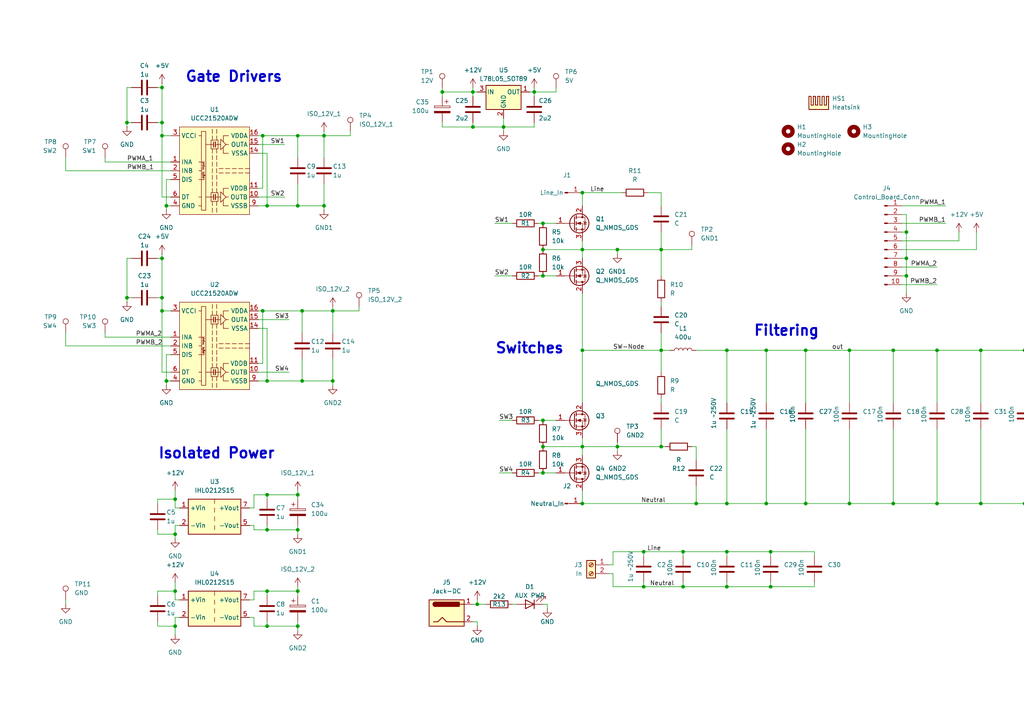
<source format=kicad_sch>
(kicad_sch (version 20231120) (generator "eeschema") (generator_version "8.0")
  (paper "A4")
  (junction (at 146.05 36.83))
  (junction (at 168.91 101.6))
  (junction (at 50.8 144.78))
  (junction (at 168.91 129.54))
  (junction (at 262.89 74.93))
  (junction (at 168.91 146.05))
  (junction (at 76.2 39.37))
  (junction (at 271.78 101.6))
  (junction (at 262.89 80.01))
  (junction (at 222.25 146.05))
  (junction (at 210.82 146.05))
  (junction (at 191.77 129.54))
  (junction (at 191.77 101.6))
  (junction (at 36.83 86.36))
  (junction (at 154.94 26.67))
  (junction (at 201.93 146.05))
  (junction (at 93.98 59.69))
  (junction (at 157.48 137.16))
  (junction (at 309.88 101.6))
  (junction (at 191.77 72.39))
  (junction (at 210.82 170.18))
  (junction (at 48.26 110.49))
  (junction (at 284.48 146.05))
  (junction (at 186.69 160.02))
  (junction (at 46.99 39.37))
  (junction (at 96.52 110.49))
  (junction (at 137.16 26.67))
  (junction (at 46.99 86.36))
  (junction (at 77.47 181.61))
  (junction (at 210.82 160.02))
  (junction (at 186.69 170.18))
  (junction (at 86.36 153.67))
  (junction (at 77.47 153.67))
  (junction (at 309.88 146.05))
  (junction (at 157.48 121.92))
  (junction (at 157.48 64.77))
  (junction (at 198.12 170.18))
  (junction (at 77.47 110.49))
  (junction (at 284.48 101.6))
  (junction (at 233.68 101.6))
  (junction (at 50.8 171.45))
  (junction (at 36.83 35.56))
  (junction (at 77.47 143.51))
  (junction (at 223.52 160.02))
  (junction (at 138.43 175.26))
  (junction (at 179.07 72.39))
  (junction (at 46.99 25.4))
  (junction (at 128.27 26.67))
  (junction (at 233.68 146.05))
  (junction (at 96.52 90.17))
  (junction (at 246.38 101.6))
  (junction (at 93.98 39.37))
  (junction (at 48.26 59.69))
  (junction (at 259.08 101.6))
  (junction (at 157.48 80.01))
  (junction (at 222.25 101.6))
  (junction (at 157.48 129.54))
  (junction (at 168.91 55.88))
  (junction (at 297.18 146.05))
  (junction (at 86.36 143.51))
  (junction (at 50.8 154.94))
  (junction (at 210.82 101.6))
  (junction (at 77.47 59.69))
  (junction (at 87.63 90.17))
  (junction (at 87.63 110.49))
  (junction (at 246.38 146.05))
  (junction (at 76.2 90.17))
  (junction (at 168.91 72.39))
  (junction (at 86.36 171.45))
  (junction (at 297.18 101.6))
  (junction (at 77.47 171.45))
  (junction (at 271.78 146.05))
  (junction (at 86.36 181.61))
  (junction (at 137.16 36.83))
  (junction (at 50.8 181.61))
  (junction (at 262.89 67.31))
  (junction (at 179.07 129.54))
  (junction (at 259.08 146.05))
  (junction (at 157.48 72.39))
  (junction (at 86.36 39.37))
  (junction (at 198.12 160.02))
  (junction (at 46.99 90.17))
  (junction (at 86.36 59.69))
  (junction (at 46.99 74.93))
  (junction (at 46.99 35.56))
  (junction (at 223.52 170.18))
  (wire (pts (xy 77.47 180.34) (xy 77.47 181.61)))
  (wire (pts (xy 309.88 146.05) (xy 297.18 146.05)))
  (wire (pts (xy 321.31 124.46) (xy 321.31 146.05)))
  (wire (pts (xy 77.47 171.45) (xy 86.36 171.45)))
  (wire (pts (xy 246.38 124.46) (xy 246.38 146.05)))
  (wire (pts (xy 87.63 104.14) (xy 87.63 110.49)))
  (wire (pts (xy 77.47 95.25) (xy 77.47 110.49)))
  (wire (pts (xy 154.94 26.67) (xy 161.29 26.67)))
  (wire (pts (xy 191.77 72.39) (xy 200.66 72.39)))
  (wire (pts (xy 76.2 39.37) (xy 86.36 39.37)))
  (wire (pts (xy 48.26 102.87) (xy 48.26 110.49)))
  (wire (pts (xy 48.26 111.76) (xy 48.26 110.49)))
  (wire (pts (xy 284.48 124.46) (xy 284.48 146.05)))
  (wire (pts (xy 77.47 171.45) (xy 77.47 172.72)))
  (wire (pts (xy 177.8 166.37) (xy 177.8 170.18)))
  (wire (pts (xy 74.93 95.25) (xy 77.47 95.25)))
  (wire (pts (xy 46.99 90.17) (xy 46.99 107.95)))
  (wire (pts (xy 210.82 160.02) (xy 210.82 161.29)))
  (wire (pts (xy 93.98 39.37) (xy 101.6 39.37)))
  (wire (pts (xy 50.8 184.15) (xy 50.8 181.61)))
  (wire (pts (xy 278.13 69.85) (xy 261.62 69.85)))
  (wire (pts (xy 284.48 101.6) (xy 271.78 101.6)))
  (wire (pts (xy 49.53 39.37) (xy 46.99 39.37)))
  (wire (pts (xy 154.94 25.4) (xy 154.94 26.67)))
  (wire (pts (xy 96.52 88.9) (xy 96.52 90.17)))
  (wire (pts (xy 74.93 90.17) (xy 76.2 90.17)))
  (wire (pts (xy 86.36 181.61) (xy 86.36 182.88)))
  (wire (pts (xy 200.66 71.12) (xy 200.66 72.39)))
  (wire (pts (xy 148.59 175.26) (xy 149.86 175.26)))
  (wire (pts (xy 86.36 143.51) (xy 86.36 144.78)))
  (wire (pts (xy 86.36 59.69) (xy 93.98 59.69)))
  (wire (pts (xy 222.25 101.6) (xy 222.25 116.84)))
  (wire (pts (xy 191.77 124.46) (xy 191.77 129.54)))
  (wire (pts (xy 36.83 74.93) (xy 36.83 86.36)))
  (wire (pts (xy 74.93 54.61) (xy 76.2 54.61)))
  (wire (pts (xy 146.05 36.83) (xy 146.05 38.1)))
  (wire (pts (xy 168.91 55.88) (xy 180.34 55.88)))
  (wire (pts (xy 77.47 110.49) (xy 87.63 110.49)))
  (wire (pts (xy 236.22 160.02) (xy 236.22 161.29)))
  (wire (pts (xy 77.47 59.69) (xy 86.36 59.69)))
  (wire (pts (xy 77.47 152.4) (xy 77.47 153.67)))
  (wire (pts (xy 86.36 152.4) (xy 86.36 153.67)))
  (wire (pts (xy 210.82 160.02) (xy 223.52 160.02)))
  (wire (pts (xy 46.99 107.95) (xy 49.53 107.95)))
  (wire (pts (xy 223.52 170.18) (xy 210.82 170.18)))
  (wire (pts (xy 86.36 153.67) (xy 77.47 153.67)))
  (wire (pts (xy 76.2 90.17) (xy 87.63 90.17)))
  (wire (pts (xy 86.36 39.37) (xy 93.98 39.37)))
  (wire (pts (xy 128.27 25.4) (xy 128.27 26.67)))
  (wire (pts (xy 168.91 101.6) (xy 168.91 116.84)))
  (wire (pts (xy 191.77 129.54) (xy 193.04 129.54)))
  (wire (pts (xy 186.69 160.02) (xy 198.12 160.02)))
  (wire (pts (xy 45.72 154.94) (xy 50.8 154.94)))
  (wire (pts (xy 77.47 59.69) (xy 74.93 59.69)))
  (wire (pts (xy 73.66 152.4) (xy 73.66 153.67)))
  (wire (pts (xy 137.16 180.34) (xy 138.43 180.34)))
  (wire (pts (xy 77.47 44.45) (xy 77.47 59.69)))
  (wire (pts (xy 144.78 137.16) (xy 148.59 137.16)))
  (wire (pts (xy 168.91 129.54) (xy 179.07 129.54)))
  (wire (pts (xy 48.26 59.69) (xy 49.53 59.69)))
  (wire (pts (xy 46.99 57.15) (xy 49.53 57.15)))
  (wire (pts (xy 154.94 36.83) (xy 146.05 36.83)))
  (wire (pts (xy 223.52 168.91) (xy 223.52 170.18)))
  (wire (pts (xy 168.91 129.54) (xy 168.91 132.08)))
  (wire (pts (xy 157.48 64.77) (xy 161.29 64.77)))
  (wire (pts (xy 144.78 121.92) (xy 148.59 121.92)))
  (wire (pts (xy 50.8 142.24) (xy 50.8 144.78)))
  (wire (pts (xy 154.94 35.56) (xy 154.94 36.83)))
  (wire (pts (xy 262.89 67.31) (xy 262.89 62.23)))
  (wire (pts (xy 86.36 180.34) (xy 86.36 181.61)))
  (wire (pts (xy 50.8 156.21) (xy 50.8 154.94)))
  (wire (pts (xy 168.91 85.09) (xy 168.91 101.6)))
  (wire (pts (xy 210.82 101.6) (xy 222.25 101.6)))
  (wire (pts (xy 210.82 124.46) (xy 210.82 146.05)))
  (wire (pts (xy 104.14 88.9) (xy 104.14 90.17)))
  (wire (pts (xy 198.12 160.02) (xy 210.82 160.02)))
  (wire (pts (xy 156.21 80.01) (xy 157.48 80.01)))
  (wire (pts (xy 191.77 101.6) (xy 194.31 101.6)))
  (wire (pts (xy 72.39 147.32) (xy 73.66 147.32)))
  (wire (pts (xy 191.77 101.6) (xy 191.77 107.95)))
  (wire (pts (xy 46.99 90.17) (xy 46.99 86.36)))
  (wire (pts (xy 19.05 100.33) (xy 49.53 100.33)))
  (wire (pts (xy 46.99 39.37) (xy 46.99 35.56)))
  (wire (pts (xy 284.48 101.6) (xy 284.48 116.84)))
  (wire (pts (xy 19.05 100.33) (xy 19.05 96.52)))
  (wire (pts (xy 153.67 26.67) (xy 154.94 26.67)))
  (wire (pts (xy 179.07 73.66) (xy 179.07 72.39)))
  (wire (pts (xy 48.26 110.49) (xy 49.53 110.49)))
  (wire (pts (xy 297.18 101.6) (xy 297.18 116.84)))
  (wire (pts (xy 50.8 168.91) (xy 50.8 171.45)))
  (wire (pts (xy 156.21 64.77) (xy 157.48 64.77)))
  (wire (pts (xy 101.6 38.1) (xy 101.6 39.37)))
  (wire (pts (xy 77.47 153.67) (xy 73.66 153.67)))
  (wire (pts (xy 137.16 26.67) (xy 138.43 26.67)))
  (wire (pts (xy 50.8 171.45) (xy 50.8 173.99)))
  (wire (pts (xy 210.82 101.6) (xy 210.82 116.84)))
  (wire (pts (xy 309.88 101.6) (xy 309.88 116.84)))
  (wire (pts (xy 45.72 180.34) (xy 45.72 181.61)))
  (wire (pts (xy 19.05 173.99) (xy 19.05 175.26)))
  (wire (pts (xy 261.62 72.39) (xy 283.21 72.39)))
  (wire (pts (xy 96.52 104.14) (xy 96.52 110.49)))
  (wire (pts (xy 157.48 72.39) (xy 168.91 72.39)))
  (wire (pts (xy 73.66 181.61) (xy 77.47 181.61)))
  (wire (pts (xy 168.91 146.05) (xy 201.93 146.05)))
  (wire (pts (xy 297.18 146.05) (xy 284.48 146.05)))
  (wire (pts (xy 271.78 82.55) (xy 261.62 82.55)))
  (wire (pts (xy 72.39 152.4) (xy 73.66 152.4)))
  (wire (pts (xy 262.89 80.01) (xy 262.89 74.93)))
  (wire (pts (xy 45.72 181.61) (xy 50.8 181.61)))
  (wire (pts (xy 201.93 129.54) (xy 201.93 133.35)))
  (wire (pts (xy 309.88 101.6) (xy 297.18 101.6)))
  (wire (pts (xy 179.07 128.27) (xy 179.07 129.54)))
  (wire (pts (xy 261.62 74.93) (xy 262.89 74.93)))
  (wire (pts (xy 74.93 110.49) (xy 77.47 110.49)))
  (wire (pts (xy 271.78 146.05) (xy 259.08 146.05)))
  (wire (pts (xy 233.68 101.6) (xy 246.38 101.6)))
  (wire (pts (xy 262.89 74.93) (xy 262.89 67.31)))
  (wire (pts (xy 246.38 101.6) (xy 246.38 116.84)))
  (wire (pts (xy 271.78 101.6) (xy 259.08 101.6)))
  (wire (pts (xy 19.05 49.53) (xy 19.05 45.72)))
  (wire (pts (xy 259.08 101.6) (xy 246.38 101.6)))
  (wire (pts (xy 156.21 121.92) (xy 157.48 121.92)))
  (wire (pts (xy 137.16 36.83) (xy 146.05 36.83)))
  (wire (pts (xy 73.66 171.45) (xy 73.66 173.99)))
  (wire (pts (xy 233.68 101.6) (xy 233.68 116.84)))
  (wire (pts (xy 87.63 90.17) (xy 96.52 90.17)))
  (wire (pts (xy 138.43 173.99) (xy 138.43 175.26)))
  (wire (pts (xy 86.36 170.18) (xy 86.36 171.45)))
  (wire (pts (xy 30.48 97.79) (xy 49.53 97.79)))
  (wire (pts (xy 46.99 74.93) (xy 46.99 73.66)))
  (wire (pts (xy 74.93 92.71) (xy 83.82 92.71)))
  (wire (pts (xy 143.51 80.01) (xy 148.59 80.01)))
  (wire (pts (xy 137.16 27.94) (xy 137.16 26.67)))
  (wire (pts (xy 74.93 39.37) (xy 76.2 39.37)))
  (wire (pts (xy 74.93 107.95) (xy 83.82 107.95)))
  (wire (pts (xy 73.66 147.32) (xy 73.66 143.51)))
  (wire (pts (xy 156.21 137.16) (xy 157.48 137.16)))
  (wire (pts (xy 137.16 175.26) (xy 138.43 175.26)))
  (wire (pts (xy 200.66 129.54) (xy 201.93 129.54)))
  (wire (pts (xy 86.36 53.34) (xy 86.36 59.69)))
  (wire (pts (xy 30.48 97.79) (xy 30.48 96.52)))
  (wire (pts (xy 96.52 90.17) (xy 96.52 96.52)))
  (wire (pts (xy 128.27 35.56) (xy 128.27 36.83)))
  (wire (pts (xy 46.99 86.36) (xy 46.99 74.93)))
  (wire (pts (xy 168.91 101.6) (xy 191.77 101.6)))
  (wire (pts (xy 87.63 96.52) (xy 87.63 90.17)))
  (wire (pts (xy 93.98 38.1) (xy 93.98 39.37)))
  (wire (pts (xy 73.66 173.99) (xy 72.39 173.99)))
  (wire (pts (xy 322.58 121.92) (xy 321.31 121.92)))
  (wire (pts (xy 187.96 55.88) (xy 191.77 55.88)))
  (wire (pts (xy 93.98 39.37) (xy 93.98 45.72)))
  (wire (pts (xy 38.1 74.93) (xy 36.83 74.93)))
  (wire (pts (xy 87.63 110.49) (xy 96.52 110.49)))
  (wire (pts (xy 73.66 143.51) (xy 77.47 143.51)))
  (wire (pts (xy 222.25 124.46) (xy 222.25 146.05)))
  (wire (pts (xy 36.83 35.56) (xy 38.1 35.56)))
  (wire (pts (xy 45.72 25.4) (xy 46.99 25.4)))
  (wire (pts (xy 283.21 72.39) (xy 283.21 67.31)))
  (wire (pts (xy 73.66 179.07) (xy 73.66 181.61)))
  (wire (pts (xy 191.77 87.63) (xy 191.77 88.9)))
  (wire (pts (xy 191.77 115.57) (xy 191.77 116.84)))
  (wire (pts (xy 191.77 67.31) (xy 191.77 72.39)))
  (wire (pts (xy 45.72 171.45) (xy 50.8 171.45)))
  (wire (pts (xy 49.53 52.07) (xy 48.26 52.07)))
  (wire (pts (xy 157.48 121.92) (xy 161.29 121.92)))
  (wire (pts (xy 96.52 90.17) (xy 104.14 90.17)))
  (wire (pts (xy 309.88 101.6) (xy 321.31 101.6)))
  (wire (pts (xy 223.52 160.02) (xy 236.22 160.02)))
  (wire (pts (xy 177.8 160.02) (xy 186.69 160.02)))
  (wire (pts (xy 168.91 127) (xy 168.91 129.54)))
  (wire (pts (xy 191.77 72.39) (xy 191.77 80.01)))
  (wire (pts (xy 157.48 137.16) (xy 161.29 137.16)))
  (wire (pts (xy 50.8 147.32) (xy 52.07 147.32)))
  (wire (pts (xy 261.62 67.31) (xy 262.89 67.31)))
  (wire (pts (xy 186.69 170.18) (xy 198.12 170.18)))
  (wire (pts (xy 177.8 170.18) (xy 186.69 170.18)))
  (wire (pts (xy 137.16 25.4) (xy 137.16 26.67)))
  (wire (pts (xy 50.8 181.61) (xy 50.8 179.07)))
  (wire (pts (xy 274.32 64.77) (xy 261.62 64.77)))
  (wire (pts (xy 48.26 60.96) (xy 48.26 59.69)))
  (wire (pts (xy 271.78 77.47) (xy 261.62 77.47)))
  (wire (pts (xy 46.99 35.56) (xy 46.99 25.4)))
  (wire (pts (xy 233.68 146.05) (xy 222.25 146.05)))
  (wire (pts (xy 86.36 45.72) (xy 86.36 39.37)))
  (wire (pts (xy 45.72 86.36) (xy 46.99 86.36)))
  (wire (pts (xy 73.66 171.45) (xy 77.47 171.45)))
  (wire (pts (xy 76.2 105.41) (xy 76.2 90.17)))
  (wire (pts (xy 246.38 146.05) (xy 233.68 146.05)))
  (wire (pts (xy 50.8 144.78) (xy 50.8 147.32)))
  (wire (pts (xy 284.48 146.05) (xy 271.78 146.05)))
  (wire (pts (xy 77.47 143.51) (xy 86.36 143.51)))
  (wire (pts (xy 223.52 160.02) (xy 223.52 161.29)))
  (wire (pts (xy 259.08 124.46) (xy 259.08 146.05)))
  (wire (pts (xy 49.53 102.87) (xy 48.26 102.87)))
  (wire (pts (xy 309.88 146.05) (xy 321.31 146.05)))
  (wire (pts (xy 168.91 146.05) (xy 168.91 142.24)))
  (wire (pts (xy 168.91 72.39) (xy 179.07 72.39)))
  (wire (pts (xy 50.8 179.07) (xy 52.07 179.07)))
  (wire (pts (xy 157.48 129.54) (xy 168.91 129.54)))
  (wire (pts (xy 201.93 146.05) (xy 210.82 146.05)))
  (wire (pts (xy 271.78 124.46) (xy 271.78 146.05)))
  (wire (pts (xy 201.93 101.6) (xy 210.82 101.6)))
  (wire (pts (xy 210.82 168.91) (xy 210.82 170.18)))
  (wire (pts (xy 49.53 90.17) (xy 46.99 90.17)))
  (wire (pts (xy 72.39 179.07) (xy 73.66 179.07)))
  (wire (pts (xy 128.27 26.67) (xy 128.27 27.94)))
  (wire (pts (xy 179.07 72.39) (xy 191.77 72.39)))
  (wire (pts (xy 45.72 74.93) (xy 46.99 74.93)))
  (wire (pts (xy 19.05 49.53) (xy 49.53 49.53)))
  (wire (pts (xy 157.48 80.01) (xy 161.29 80.01)))
  (wire (pts (xy 322.58 124.46) (xy 321.31 124.46)))
  (wire (pts (xy 210.82 170.18) (xy 198.12 170.18)))
  (wire (pts (xy 74.93 41.91) (xy 82.55 41.91)))
  (wire (pts (xy 262.89 80.01) (xy 261.62 80.01)))
  (wire (pts (xy 168.91 69.85) (xy 168.91 72.39)))
  (wire (pts (xy 146.05 36.83) (xy 146.05 34.29)))
  (wire (pts (xy 86.36 181.61) (xy 77.47 181.61)))
  (wire (pts (xy 168.91 55.88) (xy 168.91 59.69)))
  (wire (pts (xy 128.27 26.67) (xy 137.16 26.67)))
  (wire (pts (xy 45.72 146.05) (xy 45.72 144.78)))
  (wire (pts (xy 36.83 86.36) (xy 38.1 86.36)))
  (wire (pts (xy 158.75 175.26) (xy 158.75 176.53)))
  (wire (pts (xy 86.36 142.24) (xy 86.36 143.51)))
  (wire (pts (xy 201.93 140.97) (xy 201.93 146.05)))
  (wire (pts (xy 74.93 57.15) (xy 82.55 57.15)))
  (wire (pts (xy 50.8 154.94) (xy 50.8 152.4)))
  (wire (pts (xy 36.83 87.63) (xy 36.83 86.36)))
  (wire (pts (xy 191.77 129.54) (xy 179.07 129.54)))
  (wire (pts (xy 191.77 96.52) (xy 191.77 101.6)))
  (wire (pts (xy 177.8 163.83) (xy 176.53 163.83)))
  (wire (pts (xy 271.78 101.6) (xy 271.78 116.84)))
  (wire (pts (xy 198.12 160.02) (xy 198.12 161.29)))
  (wire (pts (xy 30.48 46.99) (xy 49.53 46.99)))
  (wire (pts (xy 278.13 67.31) (xy 278.13 69.85)))
  (wire (pts (xy 138.43 175.26) (xy 140.97 175.26)))
  (wire (pts (xy 168.91 72.39) (xy 168.91 74.93)))
  (wire (pts (xy 30.48 46.99) (xy 30.48 45.72)))
  (wire (pts (xy 138.43 180.34) (xy 138.43 181.61)))
  (wire (pts (xy 233.68 124.46) (xy 233.68 146.05)))
  (wire (pts (xy 297.18 101.6) (xy 284.48 101.6)))
  (wire (pts (xy 222.25 101.6) (xy 233.68 101.6)))
  (wire (pts (xy 36.83 36.83) (xy 36.83 35.56)))
  (wire (pts (xy 137.16 35.56) (xy 137.16 36.83)))
  (wire (pts (xy 143.51 64.77) (xy 148.59 64.77)))
  (wire (pts (xy 74.93 105.41) (xy 76.2 105.41)))
  (wire (pts (xy 236.22 168.91) (xy 236.22 170.18)))
  (wire (pts (xy 259.08 101.6) (xy 259.08 116.84)))
  (wire (pts (xy 309.88 124.46) (xy 309.88 146.05)))
  (wire (pts (xy 46.99 39.37) (xy 46.99 57.15)))
  (wire (pts (xy 186.69 160.02) (xy 186.69 161.29)))
  (wire (pts (xy 274.32 59.69) (xy 261.62 59.69)))
  (wire (pts (xy 76.2 39.37) (xy 76.2 54.61)))
  (wire (pts (xy 321.31 101.6) (xy 321.31 121.92)))
  (wire (pts (xy 262.89 62.23) (xy 261.62 62.23)))
  (wire (pts (xy 45.72 35.56) (xy 46.99 35.56)))
  (wire (pts (xy 45.72 153.67) (xy 45.72 154.94)))
  (wire (pts (xy 45.72 172.72) (xy 45.72 171.45)))
  (wire (pts (xy 50.8 173.99) (xy 52.07 173.99)))
  (wire (pts (xy 45.72 144.78) (xy 50.8 144.78)))
  (wire (pts (xy 93.98 53.34) (xy 93.98 59.69)))
  (wire (pts (xy 198.12 168.91) (xy 198.12 170.18)))
  (wire (pts (xy 177.8 166.37) (xy 176.53 166.37)))
  (wire (pts (xy 259.08 146.05) (xy 246.38 146.05)))
  (wire (pts (xy 36.83 35.56) (xy 36.83 25.4)))
  (wire (pts (xy 128.27 36.83) (xy 137.16 36.83)))
  (wire (pts (xy 93.98 59.69) (xy 93.98 60.96)))
  (wire (pts (xy 46.99 25.4) (xy 46.99 24.13)))
  (wire (pts (xy 96.52 110.49) (xy 96.52 111.76)))
  (wire (pts (xy 191.77 55.88) (xy 191.77 59.69)))
  (wire (pts (xy 177.8 163.83) (xy 177.8 160.02)))
  (wire (pts (xy 74.93 44.45) (xy 77.47 44.45)))
  (wire (pts (xy 222.25 146.05) (xy 210.82 146.05)))
  (wire (pts (xy 48.26 52.07) (xy 48.26 59.69)))
  (wire (pts (xy 86.36 171.45) (xy 86.36 172.72)))
  (wire (pts (xy 161.29 26.67) (xy 161.29 25.4)))
  (wire (pts (xy 236.22 170.18) (xy 223.52 170.18)))
  (wire (pts (xy 186.69 168.91) (xy 186.69 170.18)))
  (wire (pts (xy 262.89 85.09) (xy 262.89 80.01)))
  (wire (pts (xy 154.94 26.67) (xy 154.94 27.94)))
  (wire (pts (xy 86.36 153.67) (xy 86.36 154.94)))
  (wire (pts (xy 157.48 175.26) (xy 158.75 175.26)))
  (wire (pts (xy 50.8 152.4) (xy 52.07 152.4)))
  (wire (pts (xy 77.47 143.51) (xy 77.47 144.78)))
  (wire (pts (xy 297.18 124.46) (xy 297.18 146.05)))
  (wire (pts (xy 36.83 25.4) (xy 38.1 25.4)))
  (wire (pts (xy 179.07 130.81) (xy 179.07 129.54)))
  (text "Switches" (at 143.51 102.87 0) (effects (font (size 3 3) (thickness 0.6) (bold yes)) (justify left bottom)))
  (text "Gate Drivers\n" (at 53.594 24.13 0) (effects (font (size 3 3) (thickness 0.6) (bold yes)) (justify left bottom)))
  (text "Isolated Power\n" (at 45.72 133.35 0) (effects (font (size 3 3) (thickness 0.6) (bold yes)) (justify left bottom)))
  (text "Filtering\n" (at 218.44 97.79 0) (effects (font (size 3 3) (thickness 0.6) (bold yes)) (justify left bottom)))
  (label "PWMA_1" (at 274.32 59.69 180))
  (label "SW1" (at 143.51 64.77 0))
  (label "Line" (at 175.26 55.88 180))
  (label "SW4" (at 144.78 137.16 0))
  (label "Neutral" (at 195.58 170.18 180))
  (label "SW2" (at 82.55 57.15 180))
  (label "PWMB_2" (at 39.37 100.33 0))
  (label "SW3" (at 144.78 121.92 0))
  (label "Neutral" (at 193.04 146.05 180))
  (label "PWMA_1" (at 36.83 46.99 0))
  (label "PWMB_2" (at 271.78 82.55 180))
  (label "PWMA_2" (at 39.37 97.79 0))
  (label "Line" (at 191.77 160.02 180))
  (label "out" (at 241.3 101.6 0))
  (label "SW-Node" (at 177.8 101.6 0))
  (label "SW1" (at 82.55 41.91 180))
  (label "SW2" (at 143.51 80.01 0))
  (label "PWMB_1" (at 274.32 64.77 180))
  (label "PWMB_1" (at 36.83 49.53 0))
  (label "PWMA_2" (at 271.78 77.47 180))
  (label "SW3" (at 83.82 92.71 180))
  (label "SW4" (at 83.82 107.95 180))
  (symbol (lib_id "power:+5V") (at 46.99 24.13 0) (unit 1)
    (property "Reference" "#PWR03" (effects (hide yes)))
    (property "Value" "+5V" (at 46.99 19.05 0))
    (property "Description" "Power symbol creates a global label with name \"+5V\"" (effects (hide yes)))
  )
  (symbol (lib_id "Device:LED") (at 153.67 175.26 180) (unit 1)
    (property "Reference" "D1" (at 153.67 170.18 0))
    (property "Value" "AUX PWR" (at 153.67 172.72 0))
    (property "Footprint" "LED_SMD:LED_0603_1608Metric" (effects (hide yes)))
    (property "Description" "AUX PWR" (effects (hide yes)))
    (property "Name" "AUX PWR" (effects (hide yes)))
  )
  (symbol (lib_id "power:+12V") (at 50.8 168.91 0) (unit 1)
    (property "Reference" "#PWR09" (effects (hide yes)))
    (property "Value" "+12V" (at 50.8 163.83 0))
  )
  (symbol (lib_id "power:GND") (at 262.89 85.09 0) (unit 1)
    (property "Reference" "#PWR029" (effects (hide yes)))
    (property "Value" "GND" (at 262.89 90.17 0))
  )
  (symbol (lib_id "Mechanical:MountingHole") (at 247.65 38.1 0) (unit 1) (exclude_from_sim yes) (in_bom no)
    (property "Reference" "H3" (at 250.19 36.8299 0) (effects (justify left)))
    (property "Value" "MountingHole" (at 250.19 39.3699 0) (effects (justify left)))
    (property "Footprint" "MountingHole:MountingHole_3.2mm_M3_DIN965" (effects (hide yes)))
    (property "Description" "Mounting Hole without connection" (effects (hide yes)))
  )
  (symbol (lib_id "Device:C") (at 201.93 137.16 0) (unit 1)
    (property "Reference" "C22" (at 205.74 135.8899 0) (effects (justify left)))
    (property "Value" "C" (at 205.74 138.4299 0) (effects (justify left)))
    (property "Footprint" "Capacitor_SMD:C_1206_3216Metric_Pad1.33x1.80mm_HandSolder" (effects (hide yes)))
    (property "Description" "Unpolarized capacitor" (effects (hide yes)))
  )
  (symbol (lib_id "power:+12V") (at 50.8 142.24 0) (unit 1)
    (property "Reference" "#PWR07" (effects (hide yes)))
    (property "Value" "+12V" (at 50.8 137.16 0))
  )
  (symbol (lib_id "Device:C") (at 191.77 63.5 0) (unit 1)
    (property "Reference" "C21" (at 195.58 62.2299 0) (effects (justify left)))
    (property "Value" "C" (at 195.58 64.7699 0) (effects (justify left)))
    (property "Footprint" "Capacitor_SMD:C_1206_3216Metric_Pad1.33x1.80mm_HandSolder" (effects (hide yes)))
    (property "Description" "Unpolarized capacitor" (effects (hide yes)))
  )
  (symbol (lib_id "power:+12V") (at 86.36 170.18 0) (unit 1)
    (property "Reference" "#PWR024" (effects (hide yes)))
    (property "Value" "ISO_12V_2" (at 86.36 165.1 0))
    (property "Description" "Power symbol creates a global label with name \"+12V\"" (effects (hide yes)))
  )
  (symbol (lib_id "Device:R") (at 191.77 83.82 0) (unit 1)
    (property "Reference" "R10" (at 194.31 82.5499 0) (effects (justify left)))
    (property "Value" "R" (at 194.31 85.0899 0) (effects (justify left)))
    (property "Footprint" "Resistor_SMD:R_1206_3216Metric_Pad1.30x1.75mm_HandSolder" (effects (hide yes)))
    (property "Description" "Resistor" (effects (hide yes)))
  )
  (symbol (lib_id "power:+12V") (at 93.98 38.1 0) (unit 1)
    (property "Reference" "#PWR015" (effects (hide yes)))
    (property "Value" "ISO_12V_1" (at 93.98 33.02 0))
    (property "Description" "Power symbol creates a global label with name \"+12V\"" (effects (hide yes)))
  )
  (symbol (lib_id "Connector:TestPoint") (at 128.27 25.4 0) (unit 1)
    (property "Reference" "TP1" (at 125.73 20.8279 0) (effects (justify right)))
    (property "Value" "12V" (at 125.73 23.3679 0) (effects (justify right)))
    (property "Footprint" "TestPoint:TestPoint_Keystone_5015_Micro-Minature" (effects (hide yes)))
    (property "Description" "test point" (effects (hide yes)))
    (property "Name" "12V" (effects (hide yes)))
  )
  (symbol (lib_id "Device:R") (at 191.77 111.76 0) (unit 1)
    (property "Reference" "R9" (at 194.31 110.4899 0) (effects (justify left)))
    (property "Value" "R" (at 194.31 113.0299 0) (effects (justify left)))
    (property "Footprint" "Resistor_SMD:R_1206_3216Metric_Pad1.30x1.75mm_HandSolder" (effects (hide yes)))
    (property "Description" "Resistor" (effects (hide yes)))
  )
  (symbol (lib_id "Device:C") (at 87.63 100.33 0) (unit 1)
    (property "Reference" "C12" (at 90.17 99.06 0) (effects (justify left)))
    (property "Value" "1u" (at 90.17 101.6 0) (effects (justify left)))
    (property "Footprint" "Capacitor_SMD:C_1206_3216Metric_Pad1.33x1.80mm_HandSolder" (effects (hide yes)))
  )
  (symbol (lib_id "power:GND2") (at 86.36 182.88 0) (unit 1)
    (property "Reference" "#PWR012" (effects (hide yes)))
    (property "Value" "GND2" (at 86.36 187.96 0))
  )
  (symbol (lib_id "Connector:Jack-DC") (at 129.54 177.8 0) (unit 1)
    (property "Reference" "J5" (at 129.54 168.91 0))
    (property "Value" "Jack-DC" (at 129.54 171.45 0))
    (property "Footprint" "Connector_BarrelJack:BarrelJack_GCT_DCJ200-10-A_Horizontal" (effects (hide yes)))
  )
  (symbol (lib_id "Device:C") (at 77.47 176.53 0) (unit 1)
    (property "Reference" "C8" (at 80.01 175.26 0) (effects (justify left)))
    (property "Value" "1u" (at 80.01 177.8 0) (effects (justify left)))
    (property "Footprint" "Capacitor_SMD:C_1206_3216Metric_Pad1.33x1.80mm_HandSolder" (effects (hide yes)))
  )
  (symbol (lib_id "Device:R") (at 152.4 137.16 90) (unit 1)
    (property "Reference" "R4" (at 152.4 137.16 90))
    (property "Value" "10R" (at 152.4 134.62 90))
    (property "Footprint" "Resistor_SMD:R_1206_3216Metric_Pad1.30x1.75mm_HandSolder" (effects (hide yes)))
  )
  (symbol (lib_id "Connector:TestPoint") (at 104.14 88.9 0) (mirror y) (unit 1)
    (property "Reference" "TP5" (at 106.68 84.3279 0) (effects (justify right)))
    (property "Value" "ISO_12V_2" (at 106.68 86.8679 0) (effects (justify right)))
    (property "Footprint" "TestPoint:TestPoint_Keystone_5015_Micro-Minature" (effects (hide yes)))
    (property "Description" "test point" (effects (hide yes)))
    (property "Name" "12V" (effects (hide yes)))
  )
  (symbol (lib_id "power:+5V") (at 283.21 67.31 0) (unit 1)
    (property "Reference" "#PWR027" (effects (hide yes)))
    (property "Value" "+5V" (at 283.21 62.23 0))
  )
  (symbol (lib_id "Device:C") (at 236.22 165.1 0) (unit 1)
    (property "Reference" "C30" (at 240.03 163.8299 0) (effects (justify left)))
    (property "Value" "100n " (at 232.41 167.132 90) (effects (justify left)))
    (property "Footprint" "Capacitor_THT:C_Rect_L18.0mm_W5.0mm_P15.00mm_FKS3_FKP3" (effects (hide yes)))
  )
  (symbol (lib_id "power:GND2") (at 96.52 111.76 0) (unit 1)
    (property "Reference" "#PWR014" (effects (hide yes)))
    (property "Value" "GND2" (at 96.52 116.84 0))
  )
  (symbol (lib_id "Connector:Conn_01x10_Pin") (at 256.54 69.85 0) (unit 1)
    (property "Reference" "J4" (at 257.175 54.61 0))
    (property "Value" "Control_Board_Conn" (at 257.175 57.15 0))
    (property "Footprint" "Connector_PinHeader_2.54mm:PinHeader_1x10_P2.54mm_Vertical" (effects (hide yes)))
    (property "Description" "Generic connector, single row, 01x10, script generated" (effects (hide yes)))
  )
  (symbol (lib_id "power:+5V") (at 46.99 73.66 0) (unit 1)
    (property "Reference" "#PWR04" (effects (hide yes)))
    (property "Value" "+5V" (at 46.99 68.58 0))
    (property "Description" "Power symbol creates a global label with name \"+5V\"" (effects (hide yes)))
  )
  (symbol (lib_id "Device:R") (at 157.48 125.73 0) (unit 1)
    (property "Reference" "R7" (at 160.02 124.4599 0) (effects (justify left)))
    (property "Value" "10k" (at 160.02 126.9999 0) (effects (justify left)))
    (property "Footprint" "Resistor_SMD:R_0603_1608Metric_Pad0.98x0.95mm_HandSolder" (effects (hide yes)))
  )
  (symbol (lib_id "Device:C") (at 86.36 49.53 0) (unit 1)
    (property "Reference" "C9" (at 88.9 48.26 0) (effects (justify left)))
    (property "Value" "1u" (at 88.9 50.8 0) (effects (justify left)))
    (property "Footprint" "Capacitor_SMD:C_1206_3216Metric_Pad1.33x1.80mm_HandSolder" (effects (hide yes)))
  )
  (symbol (lib_id "Connector:TestPoint") (at 19.05 45.72 0) (unit 1)
    (property "Reference" "TP8" (at 16.51 41.1479 0) (effects (justify right)))
    (property "Value" "SW2" (at 16.51 43.6879 0) (effects (justify right)))
    (property "Footprint" "TestPoint:TestPoint_Keystone_5015_Micro-Minature" (effects (hide yes)))
    (property "Description" "test point" (effects (hide yes)))
    (property "Name" "12V" (effects (hide yes)))
  )
  (symbol (lib_id "Device:C") (at 223.52 165.1 0) (unit 1)
    (property "Reference" "C29" (at 227.33 163.8299 0) (effects (justify left)))
    (property "Value" "100n " (at 219.71 167.132 90) (effects (justify left)))
    (property "Footprint" "Capacitor_THT:C_Rect_L18.0mm_W5.0mm_P15.00mm_FKS3_FKP3" (effects (hide yes)))
  )
  (symbol (lib_id "Device:Q_NMOS_GDS") (at 166.37 64.77 0) (unit 1)
    (property "Reference" "Q1" (at 172.72 63.4999 0) (effects (justify left)))
    (property "Value" "Q_NMOS_GDS" (at 172.72 66.0399 0) (effects (justify left)))
    (property "Footprint" "Package_TO_SOT_THT:TO-247-3_Vertical" (effects (hide yes)))
  )
  (symbol (lib_id "Driver_FET:UCC21520ADW") (at 62.23 49.53 0) (unit 1)
    (property "Reference" "U1" (at 62.23 31.75 0))
    (property "Value" "UCC21520ADW" (at 62.23 34.29 0))
    (property "Footprint" "Package_SO:SOIC-16W_7.5x10.3mm_P1.27mm" (effects (hide yes)))
    (property "Datasheet" "http://www.ti.com/lit/ds/symlink/ucc21520.pdf" (effects (hide yes)))
  )
  (symbol (lib_id "Connector:TestPoint") (at 30.48 45.72 0) (unit 1)
    (property "Reference" "TP7" (at 27.94 41.1479 0) (effects (justify right)))
    (property "Value" "SW1" (at 27.94 43.6879 0) (effects (justify right)))
    (property "Footprint" "TestPoint:TestPoint_Keystone_5015_Micro-Minature" (effects (hide yes)))
    (property "Description" "test point" (effects (hide yes)))
    (property "Name" "12V" (effects (hide yes)))
  )
  (symbol (lib_id "Device:C_Polarized") (at 128.27 31.75 0) (mirror y) (unit 1)
    (property "Reference" "C35" (at 124.46 29.5909 0) (effects (justify left)))
    (property "Value" "100u" (at 124.46 32.1309 0) (effects (justify left)))
    (property "Footprint" "Capacitor_THT:CP_Radial_D6.3mm_P2.50mm" (effects (hide yes)))
    (property "Description" "Polarized capacitor" (effects (hide yes)))
  )
  (symbol (lib_id "Device:C") (at 96.52 100.33 0) (unit 1)
    (property "Reference" "C14" (at 99.06 99.06 0) (effects (justify left)))
    (property "Value" "1u" (at 99.06 101.6 0) (effects (justify left)))
    (property "Footprint" "Capacitor_SMD:C_1206_3216Metric_Pad1.33x1.80mm_HandSolder" (effects (hide yes)))
  )
  (symbol (lib_id "Device:Q_NMOS_GDS") (at 166.37 80.01 0) (mirror x) (unit 1)
    (property "Reference" "Q2" (at 172.72 78.7399 0) (effects (justify left)))
    (property "Value" "Q_NMOS_GDS" (at 172.72 81.2799 0) (effects (justify left)))
    (property "Footprint" "Package_TO_SOT_THT:TO-247-3_Vertical" (effects (hide yes)))
  )
  (symbol (lib_id "power:+12V") (at 278.13 67.31 0) (unit 1)
    (property "Reference" "#PWR028" (effects (hide yes)))
    (property "Value" "+12V" (at 278.13 62.23 0))
  )
  (symbol (lib_id "Mechanical:MountingHole") (at 228.6 38.1 0) (unit 1) (exclude_from_sim yes) (in_bom no)
    (property "Reference" "H1" (at 231.14 36.8299 0) (effects (justify left)))
    (property "Value" "MountingHole" (at 231.14 39.3699 0) (effects (justify left)))
    (property "Footprint" "MountingHole:MountingHole_3.2mm_M3_DIN965" (effects (hide yes)))
    (property "Description" "Mounting Hole without connection" (effects (hide yes)))
  )
  (symbol (lib_id "Device:C") (at 45.72 176.53 0) (unit 1)
    (property "Reference" "C6" (at 48.26 175.26 0) (effects (justify left)))
    (property "Value" "1u" (at 48.26 177.8 0) (effects (justify left)))
    (property "Footprint" "Capacitor_SMD:C_1206_3216Metric_Pad1.33x1.80mm_HandSolder" (effects (hide yes)))
  )
  (symbol (lib_id "Device:R") (at 144.78 175.26 90) (unit 1)
    (property "Reference" "R13" (at 144.78 175.26 90))
    (property "Value" "2k2" (at 144.78 172.974 90))
    (property "Footprint" "Resistor_SMD:R_0603_1608Metric" (effects (hide yes)))
    (property "Description" "Resistor" (effects (hide yes)))
  )
  (symbol (lib_id "Device:C") (at 41.91 74.93 270) (unit 1)
    (property "Reference" "C24" (at 41.91 68.58 90))
    (property "Value" "1u" (at 41.91 71.12 90))
    (property "Footprint" "Capacitor_SMD:C_0603_1608Metric_Pad1.08x0.95mm_HandSolder" (effects (hide yes)))
  )
  (symbol (lib_id "Mechanical:MountingHole") (at 228.6 43.18 0) (unit 1) (exclude_from_sim yes) (in_bom no)
    (property "Reference" "H2" (at 231.14 41.9099 0) (effects (justify left)))
    (property "Value" "MountingHole" (at 231.14 44.4499 0) (effects (justify left)))
    (property "Footprint" "MountingHole:MountingHole_3.2mm_M3_DIN965" (effects (hide yes)))
    (property "Description" "Mounting Hole without connection" (effects (hide yes)))
  )
  (symbol (lib_id "Device:C") (at 246.38 120.65 0) (unit 1)
    (property "Reference" "C17" (at 250.19 119.3799 0) (effects (justify left)))
    (property "Value" "100n " (at 242.57 122.682 90) (effects (justify left)))
    (property "Footprint" "Capacitor_THT:C_Rect_L18.0mm_W5.0mm_P15.00mm_FKS3_FKP3" (effects (hide yes)))
  )
  (symbol (lib_id "power:GND2") (at 179.07 130.81 0) (unit 1)
    (property "Reference" "#PWR018" (effects (hide yes)))
    (property "Value" "GND2" (at 179.07 135.89 0))
  )
  (symbol (lib_id "Device:R") (at 152.4 121.92 90) (unit 1)
    (property "Reference" "R3" (at 152.4 121.92 90))
    (property "Value" "10R" (at 152.4 119.38 90))
    (property "Footprint" "Resistor_SMD:R_1206_3216Metric_Pad1.30x1.75mm_HandSolder" (effects (hide yes)))
  )
  (symbol (lib_id "power:GND") (at 19.05 175.26 0) (unit 1)
    (property "Reference" "#PWR030" (effects (hide yes)))
    (property "Value" "GND" (at 19.05 180.34 0))
  )
  (symbol (lib_id "power:+12V") (at 96.52 88.9 0) (unit 1)
    (property "Reference" "#PWR025" (effects (hide yes)))
    (property "Value" "ISO_12V_2" (at 96.52 83.82 0))
    (property "Description" "Power symbol creates a global label with name \"+12V\"" (effects (hide yes)))
  )
  (symbol (lib_id "Device:C") (at 191.77 92.71 0) (unit 1)
    (property "Reference" "C20" (at 195.58 91.4399 0) (effects (justify left)))
    (property "Value" "C" (at 195.58 93.9799 0) (effects (justify left)))
    (property "Footprint" "Capacitor_SMD:C_1206_3216Metric_Pad1.33x1.80mm_HandSolder" (effects (hide yes)))
    (property "Description" "Unpolarized capacitor" (effects (hide yes)))
  )
  (symbol (lib_id "Device:C") (at 297.18 120.65 0) (unit 1)
    (property "Reference" "C32" (at 300.99 119.3799 0) (effects (justify left)))
    (property "Value" "100n " (at 293.37 122.682 90) (effects (justify left)))
    (property "Footprint" "Capacitor_THT:C_Rect_L18.0mm_W5.0mm_P15.00mm_FKS3_FKP3" (effects (hide yes)))
  )
  (symbol (lib_id "Device:R") (at 152.4 64.77 90) (unit 1)
    (property "Reference" "R1" (at 152.4 64.77 90))
    (property "Value" "10R" (at 152.4 62.23 90))
    (property "Footprint" "Resistor_SMD:R_1206_3216Metric_Pad1.30x1.75mm_HandSolder" (effects (hide yes)))
  )
  (symbol (lib_id "Connector:Conn_01x01_Male") (at 163.83 146.05 0) (unit 1)
    (property "Reference" "J2" (at 164.465 140.97 0))
    (property "Value" "Neutral_In" (at 158.75 146.05 0))
    (property "Footprint" "TerminalBlock:Spade-Terminal" (effects (hide yes)))
  )
  (symbol (lib_id "Device:R") (at 157.48 133.35 0) (unit 1)
    (property "Reference" "R8" (at 160.02 132.0799 0) (effects (justify left)))
    (property "Value" "10k" (at 160.02 134.6199 0) (effects (justify left)))
    (property "Footprint" "Resistor_SMD:R_0603_1608Metric_Pad0.98x0.95mm_HandSolder" (effects (hide yes)))
  )
  (symbol (lib_id "Device:Q_NMOS_GDS") (at 166.37 137.16 0) (mirror x) (unit 1)
    (property "Reference" "Q4" (at 172.72 135.8899 0) (effects (justify left)))
    (property "Value" "Q_NMOS_GDS" (at 172.72 138.4299 0) (effects (justify left)))
    (property "Footprint" "Package_TO_SOT_THT:TO-247-3_Vertical" (effects (hide yes)))
  )
  (symbol (lib_id "power:GND") (at 36.83 36.83 0) (unit 1)
    (property "Reference" "#PWR01" (effects (hide yes)))
    (property "Value" "GND" (at 36.83 41.91 0))
  )
  (symbol (lib_id "power:GND") (at 50.8 156.21 0) (unit 1)
    (property "Reference" "#PWR08" (effects (hide yes)))
    (property "Value" "GND" (at 50.8 161.29 0))
  )
  (symbol (lib_id "power:GND") (at 158.75 176.53 0) (unit 1)
    (property "Reference" "#PWR026" (effects (hide yes)))
    (property "Value" "GND" (at 158.75 180.34 0))
    (property "Description" "Power symbol creates a global label with name \"GND\" , ground" (effects (hide yes)))
  )
  (symbol (lib_id "Converter_DCDC:IHL0212S15") (at 62.23 176.53 0) (unit 1)
    (property "Reference" "U4" (at 62.23 166.37 0))
    (property "Value" "IHL0212S15" (at 62.23 168.91 0))
    (property "Footprint" "Power-stage:IHL-Series" (effects (hide yes)))
  )
  (symbol (lib_id "Device:C") (at 45.72 149.86 0) (unit 1)
    (property "Reference" "C5" (at 48.26 148.59 0) (effects (justify left)))
    (property "Value" "1u" (at 48.26 151.13 0) (effects (justify left)))
    (property "Footprint" "Capacitor_SMD:C_1206_3216Metric_Pad1.33x1.80mm_HandSolder" (effects (hide yes)))
  )
  (symbol (lib_id "Device:C") (at 77.47 148.59 0) (unit 1)
    (property "Reference" "C7" (at 80.01 147.32 0) (effects (justify left)))
    (property "Value" "1u" (at 80.01 149.86 0) (effects (justify left)))
    (property "Footprint" "Capacitor_SMD:C_1206_3216Metric_Pad1.33x1.80mm_HandSolder" (effects (hide yes)))
  )
  (symbol (lib_id "power:GND") (at 48.26 60.96 0) (unit 1)
    (property "Reference" "#PWR05" (effects (hide yes)))
    (property "Value" "GND" (at 48.26 66.04 0))
  )
  (symbol (lib_id "Device:C") (at 137.16 31.75 0) (unit 1)
    (property "Reference" "C25" (at 135.89 29.21 0) (effects (justify right)))
    (property "Value" "2u2" (at 135.89 34.29 0) (effects (justify right)))
    (property "Footprint" "Capacitor_SMD:C_0603_1608Metric_Pad1.08x0.95mm_HandSolder" (effects (hide yes)))
  )
  (symbol (lib_id "Device:C") (at 271.78 120.65 0) (unit 1)
    (property "Reference" "C28" (at 275.59 119.3799 0) (effects (justify left)))
    (property "Value" "100n " (at 267.97 122.682 90) (effects (justify left)))
    (property "Footprint" "Capacitor_THT:C_Rect_L18.0mm_W5.0mm_P15.00mm_FKS3_FKP3" (effects (hide yes)))
  )
  (symbol (lib_id "Device:R") (at 196.85 129.54 90) (mirror x) (unit 1)
    (property "Reference" "R12" (at 196.85 135.89 90))
    (property "Value" "R" (at 196.85 133.35 90))
    (property "Footprint" "Resistor_SMD:R_1206_3216Metric_Pad1.30x1.75mm_HandSolder" (effects (hide yes)))
    (property "Description" "Resistor" (effects (hide yes)))
  )
  (symbol (lib_id "Device:C") (at 222.25 120.65 0) (unit 1)
    (property "Reference" "C16" (at 226.06 119.3799 0) (effects (justify left)))
    (property "Value" "1u ~250V " (at 218.44 124.46 90) (effects (justify left)))
    (property "Footprint" "Capacitor_THT:C_Rect_L32.0mm_W15.0mm_P27.00mm" (effects (hide yes)))
  )
  (symbol (lib_id "Device:C") (at 309.88 120.65 0) (unit 1)
    (property "Reference" "C33" (at 313.69 119.3799 0) (effects (justify left)))
    (property "Value" "100n " (at 306.07 122.682 90) (effects (justify left)))
    (property "Footprint" "Capacitor_THT:C_Rect_L18.0mm_W5.0mm_P15.00mm_FKS3_FKP3" (effects (hide yes)))
  )
  (symbol (lib_id "Regulator_Linear:L78L05_SOT89") (at 146.05 26.67 0) (unit 1)
    (property "Reference" "U5" (at 146.05 20.32 0))
    (property "Value" "L78L05_SOT89" (at 146.05 22.86 0))
    (property "Footprint" "Package_TO_SOT_SMD:SOT-89-3_Handsoldering" (effects (hide yes)))
    (property "Datasheet" "http://www.st.com/content/ccc/resource/technical/document/datasheet/15/55/e5/aa/23/5b/43/fd/CD00000446.pdf/files/CD00000446.pdf/jcr:content/translations/en.CD00000446.pdf" (effects (hide yes)))
  )
  (symbol (lib_id "power:GND1") (at 179.07 73.66 0) (unit 1)
    (property "Reference" "#PWR017" (effects (hide yes)))
    (property "Value" "GND1" (at 179.07 78.74 0))
  )
  (symbol (lib_id "Device:L") (at 198.12 101.6 90) (unit 1)
    (property "Reference" "L1" (at 198.12 95.25 90))
    (property "Value" "400u" (at 198.12 97.79 90))
  )
  (symbol (lib_id "power:+12V") (at 138.43 173.99 0) (unit 1)
    (property "Reference" "#PWR022" (effects (hide yes)))
    (property "Value" "+12V" (at 138.43 168.91 0))
    (property "Description" "Power symbol creates a global label with name \"+12V\"" (effects (hide yes)))
  )
  (symbol (lib_id "power:GND") (at 48.26 111.76 0) (unit 1)
    (property "Reference" "#PWR06" (effects (hide yes)))
    (property "Value" "GND" (at 48.26 116.84 0))
  )
  (symbol (lib_id "Device:C") (at 259.08 120.65 0) (unit 1)
    (property "Reference" "C18" (at 262.89 119.3799 0) (effects (justify left)))
    (property "Value" "100n " (at 255.27 122.682 90) (effects (justify left)))
    (property "Footprint" "Capacitor_THT:C_Rect_L18.0mm_W5.0mm_P15.00mm_FKS3_FKP3" (effects (hide yes)))
  )
  (symbol (lib_id "Device:R") (at 157.48 68.58 0) (unit 1)
    (property "Reference" "R5" (at 160.02 67.3099 0) (effects (justify left)))
    (property "Value" "10k" (at 160.02 69.8499 0) (effects (justify left)))
    (property "Footprint" "Resistor_SMD:R_0603_1608Metric_Pad0.98x0.95mm_HandSolder" (effects (hide yes)))
  )
  (symbol (lib_id "Device:C") (at 154.94 31.75 0) (mirror y) (unit 1)
    (property "Reference" "C26" (at 156.21 29.21 0) (effects (justify right)))
    (property "Value" "2u2" (at 156.21 34.29 0) (effects (justify right)))
    (property "Footprint" "Capacitor_SMD:C_0603_1608Metric_Pad1.08x0.95mm_HandSolder" (effects (hide yes)))
  )
  (symbol (lib_id "Device:R") (at 152.4 80.01 90) (unit 1)
    (property "Reference" "R2" (at 152.4 80.01 90))
    (property "Value" "10R" (at 152.4 77.47 90))
    (property "Footprint" "Resistor_SMD:R_1206_3216Metric_Pad1.30x1.75mm_HandSolder" (effects (hide yes)))
  )
  (symbol (lib_id "Device:C") (at 198.12 165.1 0) (unit 1)
    (property "Reference" "C10" (at 201.93 163.8299 0) (effects (justify left)))
    (property "Value" "100n " (at 194.31 167.132 90) (effects (justify left)))
    (property "Footprint" "Capacitor_THT:C_Rect_L18.0mm_W5.0mm_P15.00mm_FKS3_FKP3" (effects (hide yes)))
  )
  (symbol (lib_id "Connector:TestPoint") (at 179.07 128.27 0) (mirror y) (unit 1)
    (property "Reference" "TP3" (at 181.61 123.6979 0) (effects (justify right)))
    (property "Value" "GND2" (at 181.61 126.2379 0) (effects (justify right)))
    (property "Footprint" "TestPoint:TestPoint_Keystone_5015_Micro-Minature" (effects (hide yes)))
    (property "Description" "test point" (effects (hide yes)))
    (property "Name" "GND2" (effects (hide yes)))
  )
  (symbol (lib_id "Connector:Conn_01x01_Male") (at 163.83 55.88 0) (unit 1)
    (property "Reference" "J1" (at 164.465 50.8 0))
    (property "Value" "Line_In" (at 160.02 55.88 0))
    (property "Footprint" "TerminalBlock:Spade-Terminal" (effects (hide yes)))
  )
  (symbol (lib_id "power:GND1") (at 93.98 60.96 0) (unit 1)
    (property "Reference" "#PWR013" (effects (hide yes)))
    (property "Value" "GND1" (at 93.98 66.04 0))
  )
  (symbol (lib_id "Connector:TestPoint") (at 19.05 96.52 0) (unit 1)
    (property "Reference" "TP9" (at 16.51 91.9479 0) (effects (justify right)))
    (property "Value" "SW4" (at 16.51 94.4879 0) (effects (justify right)))
    (property "Footprint" "TestPoint:TestPoint_Keystone_5015_Micro-Minature" (effects (hide yes)))
    (property "Description" "test point" (effects (hide yes)))
    (property "Name" "12V" (effects (hide yes)))
  )
  (symbol (lib_id "Connector:Screw_Terminal_01x02") (at 327.66 124.46 0) (mirror x) (unit 1)
    (property "Reference" "J6" (at 330.2 124.4601 0) (effects (justify left)))
    (property "Value" "Out" (at 330.2 121.9201 0) (effects (justify left)))
    (property "Footprint" "TerminalBlock_Altech:Altech_AK100_1x02_P5.00mm" (effects (hide yes)))
    (property "Description" "Generic screw terminal, single row, 01x02, script generated (kicad-library-utils/schlib/autogen/connector/)" (effects (hide yes)))
  )
  (symbol (lib_id "Device:C_Polarized") (at 86.36 148.59 0) (unit 1)
    (property "Reference" "C34" (at 90.17 146.4309 0) (effects (justify left)))
    (property "Value" "100u" (at 90.17 148.9709 0) (effects (justify left)))
    (property "Footprint" "Capacitor_THT:CP_Radial_D6.3mm_P2.50mm" (effects (hide yes)))
    (property "Description" "Polarized capacitor" (effects (hide yes)))
  )
  (symbol (lib_id "Device:C_Polarized") (at 86.36 176.53 0) (unit 1)
    (property "Reference" "C1" (at 90.17 174.3709 0) (effects (justify left)))
    (property "Value" "100u" (at 90.17 176.9109 0) (effects (justify left)))
    (property "Footprint" "Capacitor_THT:CP_Radial_D6.3mm_P2.50mm" (effects (hide yes)))
    (property "Description" "Polarized capacitor" (effects (hide yes)))
  )
  (symbol (lib_id "Device:C") (at 41.91 25.4 270) (unit 1)
    (property "Reference" "C4" (at 41.91 19.05 90))
    (property "Value" "1u" (at 41.91 21.59 90))
    (property "Footprint" "Capacitor_SMD:C_0603_1608Metric_Pad1.08x0.95mm_HandSolder" (effects (hide yes)))
  )
  (symbol (lib_id "Device:C") (at 41.91 86.36 270) (unit 1)
    (property "Reference" "C23" (at 41.91 80.01 90))
    (property "Value" "1u" (at 41.91 82.55 90))
    (property "Footprint" "Capacitor_SMD:C_0603_1608Metric_Pad1.08x0.95mm_HandSolder" (effects (hide yes)))
  )
  (symbol (lib_id "Device:R") (at 184.15 55.88 90) (unit 1)
    (property "Reference" "R11" (at 184.15 49.53 90))
    (property "Value" "R" (at 184.15 52.07 90))
    (property "Footprint" "Resistor_SMD:R_1206_3216Metric_Pad1.30x1.75mm_HandSolder" (effects (hide yes)))
    (property "Description" "Resistor" (effects (hide yes)))
  )
  (symbol (lib_id "Device:C") (at 186.69 165.1 0) (unit 1)
    (property "Reference" "C2" (at 190.5 163.8299 0) (effects (justify left)))
    (property "Value" "1u ~250V " (at 182.88 168.91 90) (effects (justify left)))
    (property "Footprint" "Capacitor_THT:C_Rect_L31.5mm_W11.0mm_P27.50mm_MKS4" (effects (hide yes)))
  )
  (symbol (lib_id "Connector:TestPoint") (at 200.66 71.12 0) (mirror y) (unit 1)
    (property "Reference" "TP2" (at 203.2 66.5479 0) (effects (justify right)))
    (property "Value" "GND1" (at 203.2 69.0879 0) (effects (justify right)))
    (property "Footprint" "TestPoint:TestPoint_Keystone_5015_Micro-Minature" (effects (hide yes)))
    (property "Description" "test point" (effects (hide yes)))
    (property "Name" "GND1" (effects (hide yes)))
  )
  (symbol (lib_id "Connector:TestPoint") (at 19.05 173.99 0) (mirror y) (unit 1)
    (property "Reference" "TP11" (at 21.59 169.4179 0) (effects (justify right)))
    (property "Value" "GND" (at 21.59 171.9579 0) (effects (justify right)))
    (property "Footprint" "TestPoint:TestPoint_2Pads_Pitch5.08mm_Drill1.3mm" (effects (hide yes)))
    (property "Description" "test point" (effects (hide yes)))
    (property "Name" "GND1" (effects (hide yes)))
  )
  (symbol (lib_id "Device:C") (at 41.91 35.56 270) (unit 1)
    (property "Reference" "C3" (at 41.91 29.21 90))
    (property "Value" "1u" (at 41.91 31.75 90))
    (property "Footprint" "Capacitor_SMD:C_0603_1608Metric_Pad1.08x0.95mm_HandSolder" (effects (hide yes)))
  )
  (symbol (lib_id "Converter_DCDC:IHL0212S15") (at 62.23 149.86 0) (unit 1)
    (property "Reference" "U3" (at 62.23 139.7 0))
    (property "Value" "IHL0212S15" (at 62.23 142.24 0))
    (property "Footprint" "Power-stage:IHL-Series" (effects (hide yes)))
  )
  (symbol (lib_id "power:+12V") (at 137.16 25.4 0) (unit 1)
    (property "Reference" "#PWR019" (effects (hide yes)))
    (property "Value" "+12V" (at 137.16 20.32 0))
  )
  (symbol (lib_id "Device:C") (at 210.82 165.1 0) (unit 1)
    (property "Reference" "C11" (at 214.63 163.8299 0) (effects (justify left)))
    (property "Value" "100n " (at 207.01 167.132 90) (effects (justify left)))
    (property "Footprint" "Capacitor_THT:C_Rect_L18.0mm_W5.0mm_P15.00mm_FKS3_FKP3" (effects (hide yes)))
  )
  (symbol (lib_id "power:GND") (at 138.43 181.61 0) (mirror y) (unit 1)
    (property "Reference" "#PWR023" (effects (hide yes)))
    (property "Value" "GND" (at 138.43 185.674 0))
    (property "Description" "Power symbol creates a global label with name \"GND\" , ground" (effects (hide yes)))
  )
  (symbol (lib_id "power:+12V") (at 86.36 142.24 0) (unit 1)
    (property "Reference" "#PWR016" (effects (hide yes)))
    (property "Value" "ISO_12V_1" (at 86.36 137.16 0))
    (property "Description" "Power symbol creates a global label with name \"+12V\"" (effects (hide yes)))
  )
  (symbol (lib_id "Connector:TestPoint") (at 30.48 96.52 0) (unit 1)
    (property "Reference" "TP10" (at 27.94 91.9479 0) (effects (justify right)))
    (property "Value" "SW3" (at 27.94 94.4879 0) (effects (justify right)))
    (property "Footprint" "TestPoint:TestPoint_Keystone_5015_Micro-Minature" (effects (hide yes)))
    (property "Description" "test point" (effects (hide yes)))
    (property "Name" "12V" (effects (hide yes)))
  )
  (symbol (lib_id "power:GND1") (at 86.36 154.94 0) (unit 1)
    (property "Reference" "#PWR011" (effects (hide yes)))
    (property "Value" "GND1" (at 86.36 160.02 0))
  )
  (symbol (lib_id "power:GND") (at 146.05 38.1 0) (unit 1)
    (property "Reference" "#PWR020" (effects (hide yes)))
    (property "Value" "GND" (at 146.05 43.18 0))
  )
  (symbol (lib_id "Device:R") (at 157.48 76.2 0) (unit 1)
    (property "Reference" "R6" (at 160.02 74.9299 0) (effects (justify left)))
    (property "Value" "10k" (at 160.02 77.4699 0) (effects (justify left)))
    (property "Footprint" "Resistor_SMD:R_0603_1608Metric_Pad0.98x0.95mm_HandSolder" (effects (hide yes)))
  )
  (symbol (lib_id "Mechanical:Heatsink") (at 237.49 31.75 0) (unit 1)
    (property "Reference" "HS1" (at 241.3 28.5749 0) (effects (justify left)))
    (property "Value" "Heatsink" (at 241.3 31.1149 0) (effects (justify left)))
    (property "Footprint" "Omite-heatsink:Omite-heatsink" (effects (hide yes)))
  )
  (symbol (lib_id "Driver_FET:UCC21520ADW") (at 62.23 100.33 0) (unit 1)
    (property "Reference" "U2" (at 62.23 82.55 0))
    (property "Value" "UCC21520ADW" (at 62.23 85.09 0))
    (property "Footprint" "Package_SO:SOIC-16W_7.5x10.3mm_P1.27mm" (effects (hide yes)))
    (property "Datasheet" "http://www.ti.com/lit/ds/symlink/ucc21520.pdf" (effects (hide yes)))
  )
  (symbol (lib_id "Device:C") (at 233.68 120.65 0) (unit 1)
    (property "Reference" "C27" (at 237.49 119.3799 0) (effects (justify left)))
    (property "Value" "100n " (at 229.87 122.682 90) (effects (justify left)))
    (property "Footprint" "Capacitor_THT:C_Rect_L18.0mm_W5.0mm_P15.00mm_FKS3_FKP3" (effects (hide yes)))
  )
  (symbol (lib_id "Connector:TestPoint") (at 101.6 38.1 0) (mirror y) (unit 1)
    (property "Reference" "TP4" (at 104.14 33.5279 0) (effects (justify right)))
    (property "Value" "ISO_12V_1" (at 104.14 36.0679 0) (effects (justify right)))
    (property "Footprint" "TestPoint:TestPoint_Keystone_5015_Micro-Minature" (effects (hide yes)))
    (property "Description" "test point" (effects (hide yes)))
    (property "Name" "12V" (effects (hide yes)))
  )
  (symbol (lib_id "power:GND") (at 50.8 184.15 0) (unit 1)
    (property "Reference" "#PWR010" (effects (hide yes)))
    (property "Value" "GND" (at 50.8 189.23 0))
  )
  (symbol (lib_id "Device:C") (at 210.82 120.65 0) (unit 1)
    (property "Reference" "C15" (at 214.63 119.3799 0) (effects (justify left)))
    (property "Value" "1u ~250V " (at 207.01 124.46 90) (effects (justify left)))
    (property "Footprint" "Capacitor_THT:C_Rect_L41.5mm_W20.0mm_P37.50mm_MKS4" (effects (hide yes)))
  )
  (symbol (lib_id "Connector:TestPoint") (at 161.29 25.4 0) (mirror y) (unit 1)
    (property "Reference" "TP6" (at 163.83 20.8279 0) (effects (justify right)))
    (property "Value" "5V" (at 163.83 23.3679 0) (effects (justify right)))
    (property "Footprint" "TestPoint:TestPoint_Keystone_5015_Micro-Minature" (effects (hide yes)))
    (property "Description" "test point" (effects (hide yes)))
    (property "Name" "12V" (effects (hide yes)))
  )
  (symbol (lib_id "Device:C") (at 93.98 49.53 0) (unit 1)
    (property "Reference" "C13" (at 96.52 48.26 0) (effects (justify left)))
    (property "Value" "1u" (at 96.52 50.8 0) (effects (justify left)))
    (property "Footprint" "Capacitor_SMD:C_1206_3216Metric_Pad1.33x1.80mm_HandSolder" (effects (hide yes)))
  )
  (symbol (lib_id "power:+5V") (at 154.94 25.4 0) (unit 1)
    (property "Reference" "#PWR021" (effects (hide yes)))
    (property "Value" "+5V" (at 154.94 20.32 0))
  )
  (symbol (lib_id "power:GND") (at 36.83 87.63 0) (unit 1)
    (property "Reference" "#PWR02" (effects (hide yes)))
    (property "Value" "GND" (at 36.83 92.71 0))
  )
  (symbol (lib_id "Connector:Screw_Terminal_01x02") (at 171.45 163.83 0) (mirror y) (unit 1)
    (property "Reference" "J3" (at 168.91 163.8299 0) (effects (justify left)))
    (property "Value" "In" (at 168.91 166.3699 0) (effects (justify left)))
    (property "Footprint" "TerminalBlock_Altech:Altech_AK100_1x02_P5.00mm" (effects (hide yes)))
    (property "Description" "Generic screw terminal, single row, 01x02, script generated (kicad-library-utils/schlib/autogen/connector/)" (effects (hide yes)))
  )
  (symbol (lib_id "Device:Q_NMOS_GDS") (at 166.37 121.92 0) (unit 1)
    (property "Reference" "Q3" (at 172.72 120.6499 0) (effects (justify left)))
    (property "Value" "Q_NMOS_GDS" (at 172.72 111.252 0) (effects (justify left)))
    (property "Footprint" "Package_TO_SOT_THT:TO-247-3_Vertical" (effects (hide yes)))
  )
  (symbol (lib_id "Device:C") (at 191.77 120.65 0) (unit 1)
    (property "Reference" "C19" (at 195.58 119.3799 0) (effects (justify left)))
    (property "Value" "C" (at 195.58 121.9199 0) (effects (justify left)))
    (property "Footprint" "Capacitor_SMD:C_1206_3216Metric_Pad1.33x1.80mm_HandSolder" (effects (hide yes)))
    (property "Description" "Unpolarized capacitor" (effects (hide yes)))
  )
  (symbol (lib_id "Device:C") (at 284.48 120.65 0) (unit 1)
    (property "Reference" "C31" (at 288.29 119.3799 0) (effects (justify left)))
    (property "Value" "100n " (at 280.67 122.682 90) (effects (justify left)))
    (property "Footprint" "Capacitor_THT:C_Rect_L18.0mm_W5.0mm_P15.00mm_FKS3_FKP3" (effects (hide yes)))
  )
)
</source>
